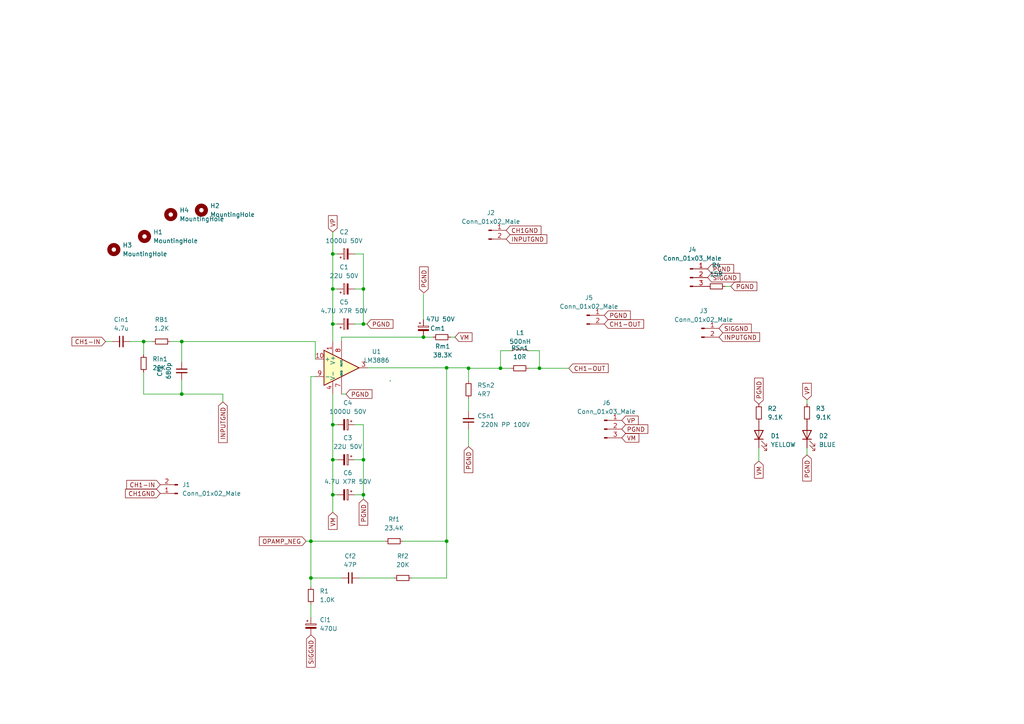
<source format=kicad_sch>
(kicad_sch (version 20230121) (generator eeschema)
  (paper "A4")
  (lib_symbols
    (symbol "Amplifier_Audio:LM3886" (pin_names (offset 0.127))
      (property "Reference" "U" (at 5.08 6.35 0))
      (property "Value" "LM3886" (at 5.08 3.81 0))
      (symbol "LM3886_0_1"
        (polyline (pts (xy -5.08 5.08) (xy 5.08 0) (xy -5.08 -5.08) (xy -5.08 5.08)) (stroke (width 0.254)) (fill (type background)))
      )
      (symbol "LM3886_1_1"
        (pin power_in line (at -2.54 7.62 270) (length 3.81) (name "V+") (number "1"))
        (pin input line (at -7.62 2.54 0) (length 2.54) (name "+") (number "10"))
        (pin no_connect line (at 2.54 2.54 270) (length 2.54) hide (name "NC") (number "11"))
        (pin no_connect line (at -2.54 2.54 270) (length 2.54) hide (name "NC") (number "2"))
        (pin output line (at 7.62 0 180) (length 2.54) (name "~") (number "3"))
        (pin power_in line (at -2.54 -7.62 90) (length 3.81) (name "V-") (number "4"))
        (pin passive line (at -2.54 7.62 270) (length 3.81) hide (name "V+") (number "5"))
        (pin no_connect line (at 0 2.54 270) (length 2.54) hide (name "NC") (number "6"))
        (pin power_in line (at 0 -7.62 90) (length 5.08) (name "GND") (number "7"))
        (pin input line (at 0 7.62 270) (length 5.08) (name "MUTE") (number "8"))
        (pin input line (at -7.62 -2.54 0) (length 2.54) (name "-") (number "9"))
      )
    )
    (symbol "Connector:Conn_01x02_Male" (pin_names (offset 1.016) hide)
      (property "Reference" "J" (at 0 2.54 0))
      (property "Value" "Conn_01x02_Male" (at 0 -5.08 0))
      (symbol "Conn_01x02_Male_1_1"
        (polyline (pts (xy 1.27 -2.54) (xy 0.8636 -2.54)) (stroke (width 0.1524)))
        (polyline (pts (xy 1.27 0) (xy 0.8636 0)) (stroke (width 0.1524)))
        (rectangle (start 0.8636 -2.413) (end 0 -2.667) (stroke (width 0.1524)) (fill (type outline)))
        (rectangle (start 0.8636 0.127) (end 0 -0.127) (stroke (width 0.1524)) (fill (type outline)))
        (pin passive line (at 5.08 0 180) (length 3.81) (name "Pin_1") (number "1"))
        (pin passive line (at 5.08 -2.54 180) (length 3.81) (name "Pin_2") (number "2"))
      )
    )
    (symbol "Connector:Conn_01x03_Male" (pin_names (offset 1.016) hide)
      (property "Reference" "J" (at 0 5.08 0))
      (property "Value" "Conn_01x03_Male" (at 0 -5.08 0))
      (symbol "Conn_01x03_Male_1_1"
        (polyline (pts (xy 1.27 -2.54) (xy 0.8636 -2.54)) (stroke (width 0.1524)))
        (polyline (pts (xy 1.27 0) (xy 0.8636 0)) (stroke (width 0.1524)))
        (polyline (pts (xy 1.27 2.54) (xy 0.8636 2.54)) (stroke (width 0.1524)))
        (rectangle (start 0.8636 -2.413) (end 0 -2.667) (stroke (width 0.1524)) (fill (type outline)))
        (rectangle (start 0.8636 0.127) (end 0 -0.127) (stroke (width 0.1524)) (fill (type outline)))
        (rectangle (start 0.8636 2.667) (end 0 2.413) (stroke (width 0.1524)) (fill (type outline)))
        (pin passive line (at 5.08 2.54 180) (length 3.81) (name "Pin_1") (number "1"))
        (pin passive line (at 5.08 0 180) (length 3.81) (name "Pin_2") (number "2"))
        (pin passive line (at 5.08 -2.54 180) (length 3.81) (name "Pin_3") (number "3"))
      )
    )
    (symbol "Device:C_Polarized_Small" (pin_numbers hide) (pin_names (offset 0.254) hide)
      (property "Reference" "C" (at 0.254 1.778 0))
      (property "Value" "C_Polarized_Small" (at 0.254 -2.032 0))
      (symbol "C_Polarized_Small_0_1"
        (rectangle (start -1.524 -0.3048) (end 1.524 -0.6858) (fill (type outline)))
        (rectangle (start -1.524 0.6858) (end 1.524 0.3048))
        (polyline (pts (xy -1.27 1.524) (xy -0.762 1.524)))
        (polyline (pts (xy -1.016 1.27) (xy -1.016 1.778)))
      )
      (symbol "C_Polarized_Small_1_1"
        (pin passive line (at 0 2.54 270) (length 1.8542) (name "~") (number "1"))
        (pin passive line (at 0 -2.54 90) (length 1.8542) (name "~") (number "2"))
      )
    )
    (symbol "Device:C_Small" (pin_numbers hide) (pin_names (offset 0.254) hide)
      (property "Reference" "C" (at 0.254 1.778 0))
      (property "Value" "C_Small" (at 0.254 -2.032 0))
      (symbol "C_Small_0_1"
        (polyline (pts (xy -1.524 -0.508) (xy 1.524 -0.508)) (stroke (width 0.3302)))
        (polyline (pts (xy -1.524 0.508) (xy 1.524 0.508)) (stroke (width 0.3048)))
      )
      (symbol "C_Small_1_1"
        (pin passive line (at 0 2.54 270) (length 2.032) (name "~") (number "1"))
        (pin passive line (at 0 -2.54 90) (length 2.032) (name "~") (number "2"))
      )
    )
    (symbol "Device:LED" (pin_numbers hide) (pin_names (offset 1.016) hide)
      (property "Reference" "D" (at 0 2.54 0))
      (property "Value" "LED" (at 0 -2.54 0))
      (symbol "LED_0_1"
        (polyline (pts (xy -1.27 -1.27) (xy -1.27 1.27)) (stroke (width 0.254)))
        (polyline (pts (xy -1.27 0) (xy 1.27 0)))
        (polyline (pts (xy 1.27 -1.27) (xy 1.27 1.27) (xy -1.27 0) (xy 1.27 -1.27)) (stroke (width 0.254)))
        (polyline (pts (xy -3.048 -0.762) (xy -4.572 -2.286) (xy -3.81 -2.286) (xy -4.572 -2.286) (xy -4.572 -1.524)))
        (polyline (pts (xy -1.778 -0.762) (xy -3.302 -2.286) (xy -2.54 -2.286) (xy -3.302 -2.286) (xy -3.302 -1.524)))
      )
      (symbol "LED_1_1"
        (pin passive line (at -3.81 0 0) (length 2.54) (name "K") (number "1"))
        (pin passive line (at 3.81 0 180) (length 2.54) (name "A") (number "2"))
      )
    )
    (symbol "Device:L_Small" (pin_numbers hide) (pin_names (offset 0.254) hide)
      (property "Reference" "L" (at 0.762 1.016 0))
      (property "Value" "L_Small" (at 0.762 -1.016 0))
      (symbol "L_Small_0_1"
        (arc (start 0 -2.032) (mid 0.5058 -1.524) (end 0 -1.016))
        (arc (start 0 -1.016) (mid 0.5058 -0.508) (end 0 0))
        (arc (start 0 0) (mid 0.5058 0.508) (end 0 1.016))
        (arc (start 0 1.016) (mid 0.5058 1.524) (end 0 2.032))
      )
      (symbol "L_Small_1_1"
        (pin passive line (at 0 2.54 270) (length 0.508) (name "~") (number "1"))
        (pin passive line (at 0 -2.54 90) (length 0.508) (name "~") (number "2"))
      )
    )
    (symbol "Device:R_Small" (pin_numbers hide) (pin_names (offset 0.254) hide)
      (property "Reference" "R" (at 0.762 0.508 0))
      (property "Value" "R_Small" (at 0.762 -1.016 0))
      (symbol "R_Small_0_1"
        (rectangle (start -0.762 1.778) (end 0.762 -1.778) (stroke (width 0.2032)))
      )
      (symbol "R_Small_1_1"
        (pin passive line (at 0 2.54 270) (length 0.762) (name "~") (number "1"))
        (pin passive line (at 0 -2.54 90) (length 0.762) (name "~") (number "2"))
      )
    )
    (symbol "Mechanical:MountingHole" (pin_names (offset 1.016))
      (property "Reference" "H" (at 0 5.08 0))
      (property "Value" "MountingHole" (at 0 3.175 0))
      (symbol "MountingHole_0_1"
        (circle (center 0 0) (radius 1.27) (stroke (width 1.27)))
      )
    )
  )
  (junction (at 96.52 83.82))
  (junction (at 145.161 106.807))
  (junction (at 129.54 106.68))
  (junction (at 96.52 123.19))
  (junction (at 156.464 106.807))
  (junction (at 135.89 106.807))
  (junction (at 52.705 114.3))
  (junction (at 129.54 156.972))
  (junction (at 90.17 156.972))
  (junction (at 105.41 83.82))
  (junction (at 90.17 167.64))
  (junction (at 122.809 97.79))
  (junction (at 105.41 93.98))
  (junction (at 96.52 73.66))
  (junction (at 41.656 99.06))
  (junction (at 105.41 133.35))
  (junction (at 52.705 99.06))
  (junction (at 96.52 143.51))
  (junction (at 96.52 93.98))
  (junction (at 96.52 133.35))
  (junction (at 105.41 143.51))
  (wire (pts (xy 90.17 156.972) (xy 90.17 167.64)))
  (wire (pts (xy 116.84 156.972) (xy 129.54 156.972)))
  (wire (pts (xy 102.87 133.35) (xy 105.41 133.35)))
  (wire (pts (xy 122.809 97.79) (xy 125.603 97.79)))
  (wire (pts (xy 105.41 83.82) (xy 105.41 93.98)))
  (wire (pts (xy 52.705 99.06) (xy 91.44 99.06)))
  (wire (pts (xy 135.89 115.57) (xy 135.89 119.38)))
  (wire (pts (xy 90.17 156.972) (xy 111.76 156.972)))
  (wire (pts (xy 130.683 97.79) (xy 131.953 97.79)))
  (wire (pts (xy 41.656 114.3) (xy 52.705 114.3)))
  (wire (pts (xy 88.773 156.972) (xy 90.17 156.972)))
  (wire (pts (xy 96.52 133.35) (xy 96.52 143.51)))
  (wire (pts (xy 96.52 123.19) (xy 96.52 133.35)))
  (wire (pts (xy 122.809 85.217) (xy 122.809 92.71)))
  (wire (pts (xy 113.157 110.363) (xy 113.284 110.363)))
  (wire (pts (xy 105.41 143.51) (xy 105.41 144.78)))
  (wire (pts (xy 129.54 106.68) (xy 129.54 156.972)))
  (wire (pts (xy 91.44 99.06) (xy 91.44 104.14)))
  (wire (pts (xy 96.52 133.35) (xy 97.79 133.35)))
  (wire (pts (xy 129.54 156.972) (xy 129.54 167.64)))
  (wire (pts (xy 105.41 73.66) (xy 105.41 83.82)))
  (wire (pts (xy 90.17 109.22) (xy 90.17 156.972)))
  (wire (pts (xy 119.38 167.64) (xy 129.54 167.64)))
  (wire (pts (xy 105.41 93.98) (xy 106.426 93.98)))
  (wire (pts (xy 113.157 110.617) (xy 113.157 110.363)))
  (wire (pts (xy 96.52 143.51) (xy 97.79 143.51)))
  (wire (pts (xy 99.06 114.3) (xy 100.33 114.3)))
  (wire (pts (xy 102.87 73.66) (xy 105.41 73.66)))
  (wire (pts (xy 156.464 106.807) (xy 164.973 106.807)))
  (wire (pts (xy 30.607 99.06) (xy 32.639 99.06)))
  (wire (pts (xy 99.06 97.79) (xy 122.809 97.79)))
  (wire (pts (xy 135.89 106.807) (xy 135.89 110.49)))
  (wire (pts (xy 49.403 99.06) (xy 52.705 99.06)))
  (wire (pts (xy 41.656 99.06) (xy 41.656 102.87)))
  (wire (pts (xy 156.464 101.727) (xy 156.464 106.807)))
  (wire (pts (xy 52.705 114.3) (xy 64.643 114.3)))
  (wire (pts (xy 129.54 106.68) (xy 135.89 106.68)))
  (wire (pts (xy 96.52 83.82) (xy 97.79 83.82)))
  (wire (pts (xy 153.289 106.807) (xy 156.464 106.807)))
  (wire (pts (xy 99.06 167.64) (xy 90.17 167.64)))
  (wire (pts (xy 102.87 143.51) (xy 105.41 143.51)))
  (wire (pts (xy 153.416 101.727) (xy 156.464 101.727)))
  (wire (pts (xy 52.705 110.109) (xy 52.705 114.3)))
  (wire (pts (xy 148.336 101.727) (xy 145.161 101.727)))
  (wire (pts (xy 145.161 106.807) (xy 148.209 106.807)))
  (wire (pts (xy 105.41 133.35) (xy 105.41 143.51)))
  (wire (pts (xy 135.89 106.807) (xy 135.89 106.68)))
  (wire (pts (xy 96.52 73.66) (xy 96.52 83.82)))
  (wire (pts (xy 96.52 73.66) (xy 97.79 73.66)))
  (wire (pts (xy 105.41 123.19) (xy 105.41 133.35)))
  (wire (pts (xy 135.89 106.807) (xy 145.161 106.807)))
  (wire (pts (xy 220.091 133.731) (xy 220.091 129.921)))
  (wire (pts (xy 234.061 131.953) (xy 234.061 129.921)))
  (wire (pts (xy 41.656 107.95) (xy 41.656 114.3)))
  (wire (pts (xy 37.719 99.06) (xy 41.656 99.06)))
  (wire (pts (xy 91.44 109.22) (xy 90.17 109.22)))
  (wire (pts (xy 96.52 83.82) (xy 96.52 93.98)))
  (wire (pts (xy 135.89 124.46) (xy 135.89 129.54)))
  (wire (pts (xy 96.52 123.19) (xy 97.79 123.19)))
  (wire (pts (xy 99.06 97.79) (xy 99.06 99.06)))
  (wire (pts (xy 102.87 83.82) (xy 105.41 83.82)))
  (wire (pts (xy 210.312 83.058) (xy 211.963 83.058)))
  (wire (pts (xy 90.17 175.26) (xy 90.17 179.07)))
  (wire (pts (xy 90.17 167.64) (xy 90.17 170.18)))
  (wire (pts (xy 102.87 93.98) (xy 105.41 93.98)))
  (wire (pts (xy 96.52 114.3) (xy 96.52 123.19)))
  (wire (pts (xy 106.68 106.68) (xy 129.54 106.68)))
  (wire (pts (xy 96.52 93.98) (xy 97.79 93.98)))
  (wire (pts (xy 96.52 143.51) (xy 96.52 148.59)))
  (wire (pts (xy 52.705 99.06) (xy 52.705 105.029)))
  (wire (pts (xy 64.643 114.3) (xy 64.643 116.586)))
  (wire (pts (xy 104.14 167.64) (xy 114.3 167.64)))
  (wire (pts (xy 145.161 101.727) (xy 145.161 106.807)))
  (wire (pts (xy 102.87 123.19) (xy 105.41 123.19)))
  (wire (pts (xy 234.061 115.951) (xy 234.061 117.221)))
  (wire (pts (xy 41.656 99.06) (xy 44.323 99.06)))
  (wire (pts (xy 96.52 93.98) (xy 96.52 99.06)))
  (wire (pts (xy 96.52 67.31) (xy 96.52 73.66)))
  (global_label "CH1-OUT" (shape input) (at 164.973 106.807 0) (property "Intersheetrefs" "${INTERSHEET_REFS}" (effects hide)))
  (global_label "VP" (shape input) (at 234.061 115.951 90) (property "Intersheetrefs" "${INTERSHEET_REFS}" (effects hide)))
  (global_label "PGND" (shape input) (at 234.061 131.953 270) (property "Intersheetrefs" "${INTERSHEET_REFS}" (effects hide)))
  (global_label "PGND" (shape input) (at 105.41 144.78 270) (property "Intersheetrefs" "${INTERSHEET_REFS}" (effects hide)))
  (global_label "CH1-IN" (shape input) (at 46.482 140.589 180) (property "Intersheetrefs" "${INTERSHEET_REFS}" (effects hide)))
  (global_label "PGND" (shape input) (at 180.34 124.46 0) (property "Intersheetrefs" "${INTERSHEET_REFS}" (effects hide)))
  (global_label "CH1-IN" (shape input) (at 30.607 99.06 180) (property "Intersheetrefs" "${INTERSHEET_REFS}" (effects hide)))
  (global_label "PGND" (shape input) (at 211.963 83.058 0) (property "Intersheetrefs" "${INTERSHEET_REFS}" (effects hide)))
  (global_label "VP" (shape input) (at 180.34 121.92 0) (property "Intersheetrefs" "${INTERSHEET_REFS}" (effects hide)))
  (global_label "SIGGND" (shape input) (at 90.17 184.15 270) (property "Intersheetrefs" "${INTERSHEET_REFS}" (effects hide)))
  (global_label "SIGGND" (shape input) (at 205.232 80.518 0) (property "Intersheetrefs" "${INTERSHEET_REFS}" (effects hide)))
  (global_label "OPAMP_NEG" (shape input) (at 88.773 156.972 180) (property "Intersheetrefs" "${INTERSHEET_REFS}" (effects hide)))
  (global_label "PGND" (shape input) (at 122.936 84.963 90) (property "Intersheetrefs" "${INTERSHEET_REFS}" (effects hide)))
  (global_label "PGND" (shape input) (at 205.232 77.978 0) (property "Intersheetrefs" "${INTERSHEET_REFS}" (effects hide)))
  (global_label "VM" (shape input) (at 180.34 127 0) (property "Intersheetrefs" "${INTERSHEET_REFS}" (effects hide)))
  (global_label "INPUTGND" (shape input) (at 146.812 69.342 0) (property "Intersheetrefs" "${INTERSHEET_REFS}" (effects hide)))
  (global_label "PGND" (shape input) (at 100.33 114.3 0) (property "Intersheetrefs" "${INTERSHEET_REFS}" (effects hide)))
  (global_label "VM" (shape input) (at 220.091 133.731 270) (property "Intersheetrefs" "${INTERSHEET_REFS}" (effects hide)))
  (global_label "VP" (shape input) (at 96.52 67.31 90) (property "Intersheetrefs" "${INTERSHEET_REFS}" (effects hide)))
  (global_label "SIGGND" (shape input) (at 208.534 95.25 0) (property "Intersheetrefs" "${INTERSHEET_REFS}" (effects hide)))
  (global_label "PGND" (shape input) (at 220.091 117.221 90) (property "Intersheetrefs" "${INTERSHEET_REFS}" (effects hide)))
  (global_label "CH1GND" (shape input) (at 46.482 143.129 180) (property "Intersheetrefs" "${INTERSHEET_REFS}" (effects hide)))
  (global_label "CH1GND" (shape input) (at 146.812 66.802 0) (property "Intersheetrefs" "${INTERSHEET_REFS}" (effects hide)))
  (global_label "PGND" (shape input) (at 106.426 93.98 0) (property "Intersheetrefs" "${INTERSHEET_REFS}" (effects hide)))
  (global_label "INPUTGND" (shape input) (at 64.643 116.586 270) (property "Intersheetrefs" "${INTERSHEET_REFS}" (effects hide)))
  (global_label "VM" (shape input) (at 131.953 97.79 0) (property "Intersheetrefs" "${INTERSHEET_REFS}" (effects hide)))
  (global_label "VM" (shape input) (at 96.52 148.59 270) (property "Intersheetrefs" "${INTERSHEET_REFS}" (effects hide)))
  (global_label "CH1-OUT" (shape input) (at 175.26 93.98 0) (property "Intersheetrefs" "${INTERSHEET_REFS}" (effects hide)))
  (global_label "INPUTGND" (shape input) (at 208.534 97.79 0) (property "Intersheetrefs" "${INTERSHEET_REFS}" (effects hide)))
  (global_label "PGND" (shape input) (at 175.26 91.44 0) (property "Intersheetrefs" "${INTERSHEET_REFS}" (effects hide)))
  (global_label "PGND" (shape input) (at 135.89 129.54 270) (property "Intersheetrefs" "${INTERSHEET_REFS}" (effects hide)))
  (symbol (lib_id "Connector:Conn_01x03_Male") (at 175.26 124.46 0) (unit 1)
    (property "Reference" "J6" (at 175.895 116.84 0))
    (property "Value" "Conn_01x03_Male" (at 175.895 119.38 0))
    (property "Footprint" "Connector_JST:JST_VH_B3P-VH-B_1x03_P3.96mm_Vertical" (effects hide))
  )
  (symbol (lib_id "Device:R_Small") (at 234.061 119.761 180) (unit 1)
    (property "Reference" "R3" (at 236.601 118.4909 0) (effects (justify right)))
    (property "Value" "9.1K" (at 236.601 121.0309 0) (effects (justify right)))
    (property "Footprint" "Resistor_SMD:R_0805_2012Metric_Pad1.20x1.40mm_HandSolder" (effects hide))
  )
  (symbol (lib_id "Device:C_Polarized_Small") (at 100.33 143.51 270) (unit 1)
    (property "Reference" "C6" (at 100.8761 137.16 90))
    (property "Value" "4.7U X7R 50V" (at 100.8761 139.7 90))
    (property "Footprint" "Capacitor_SMD:C_1206_3216Metric_Pad1.33x1.80mm_HandSolder" (effects hide))
  )
  (symbol (lib_id "Mechanical:MountingHole") (at 49.53 62.23 0) (unit 1)
    (property "Reference" "H4" (at 52.07 60.9599 0) (effects (justify left)))
    (property "Value" "MountingHole" (at 52.07 63.4999 0) (effects (justify left)))
    (property "Footprint" "MountingHole:MountingHole_3mm" (effects hide))
  )
  (symbol (lib_id "Device:R_Small") (at 207.772 83.058 90) (unit 1)
    (property "Reference" "R4" (at 207.772 76.962 90))
    (property "Value" "15R" (at 207.772 79.502 90))
    (property "Footprint" "Resistor_SMD:R_0805_2012Metric_Pad1.20x1.40mm_HandSolder" (effects hide))
  )
  (symbol (lib_id "Device:C_Polarized_Small") (at 90.17 181.61 0) (unit 1)
    (property "Reference" "Ci1" (at 92.71 179.7938 0) (effects (justify left)))
    (property "Value" "470U" (at 92.71 182.3338 0) (effects (justify left)))
    (property "Footprint" "Capacitor_THT:CP_Radial_D12.5mm_P5.00mm" (effects hide))
  )
  (symbol (lib_id "Device:R_Small") (at 135.89 113.03 180) (unit 1)
    (property "Reference" "RSn2" (at 138.43 111.7599 0) (effects (justify right)))
    (property "Value" "4R7" (at 138.43 114.2999 0) (effects (justify right)))
    (property "Footprint" "Resistor_THT:R_Axial_DIN0411_L9.9mm_D3.6mm_P12.70mm_Horizontal" (effects hide))
  )
  (symbol (lib_id "Device:R_Small") (at 114.3 156.972 270) (unit 1)
    (property "Reference" "Rf1" (at 114.3 150.622 90))
    (property "Value" "23.4K" (at 114.3 153.162 90))
    (property "Footprint" "Resistor_SMD:R_1206_3216Metric_Pad1.30x1.75mm_HandSolder" (effects hide))
  )
  (symbol (lib_id "Connector:Conn_01x02_Male") (at 51.562 143.129 180) (unit 1)
    (property "Reference" "J1" (at 52.832 140.5889 0) (effects (justify right)))
    (property "Value" "Conn_01x02_Male" (at 52.832 143.1289 0) (effects (justify right)))
    (property "Footprint" "Connector_JST:JST_PH_B2B-PH-K_1x02_P2.00mm_Vertical" (effects hide))
  )
  (symbol (lib_id "Device:R_Small") (at 90.17 172.72 0) (unit 1)
    (property "Reference" "R1" (at 92.71 171.4499 0) (effects (justify left)))
    (property "Value" "1.0K" (at 92.71 173.9899 0) (effects (justify left)))
    (property "Footprint" "Resistor_SMD:R_1206_3216Metric_Pad1.30x1.75mm_HandSolder" (effects hide))
  )
  (symbol (lib_id "Device:C_Small") (at 35.179 99.06 90) (unit 1)
    (property "Reference" "Cin1" (at 35.1853 92.71 90))
    (property "Value" "4.7u" (at 35.1853 95.25 90))
    (property "Footprint" "Components:4.7uF Polypropylene Aliexpress" (effects hide))
  )
  (symbol (lib_id "Mechanical:MountingHole") (at 33.02 72.39 0) (unit 1)
    (property "Reference" "H3" (at 35.56 71.1199 0) (effects (justify left)))
    (property "Value" "MountingHole" (at 35.56 73.6599 0) (effects (justify left)))
    (property "Footprint" "MountingHole:MountingHole_3mm" (effects hide))
  )
  (symbol (lib_id "Device:C_Small") (at 52.705 107.569 0) (unit 1)
    (property "Reference" "Cf1" (at 46.355 107.5754 90))
    (property "Value" "680p" (at 48.895 107.5754 90))
    (property "Footprint" "Capacitor_SMD:C_1206_3216Metric_Pad1.33x1.80mm_HandSolder" (effects hide))
  )
  (symbol (lib_id "Device:R_Small") (at 116.84 167.64 270) (unit 1)
    (property "Reference" "Rf2" (at 116.84 161.29 90))
    (property "Value" "20K" (at 116.84 163.83 90))
    (property "Footprint" "Resistor_SMD:R_1206_3216Metric_Pad1.30x1.75mm_HandSolder" (effects hide))
  )
  (symbol (lib_id "Device:R_Small") (at 220.091 119.761 180) (unit 1)
    (property "Reference" "R2" (at 222.631 118.4909 0) (effects (justify right)))
    (property "Value" "9.1K" (at 222.631 121.0309 0) (effects (justify right)))
    (property "Footprint" "Resistor_SMD:R_0805_2012Metric_Pad1.20x1.40mm_HandSolder" (effects hide))
  )
  (symbol (lib_id "Mechanical:MountingHole") (at 41.91 68.58 0) (unit 1)
    (property "Reference" "H1" (at 44.45 67.3099 0) (effects (justify left)))
    (property "Value" "MountingHole" (at 44.45 69.8499 0) (effects (justify left)))
    (property "Footprint" "MountingHole:MountingHole_3mm" (effects hide))
  )
  (symbol (lib_id "Device:LED") (at 220.091 126.111 90) (unit 1)
    (property "Reference" "D1" (at 223.52 126.4284 90) (effects (justify right)))
    (property "Value" "YELLOW" (at 223.52 128.9684 90) (effects (justify right)))
    (property "Footprint" "LED_SMD:LED_0805_2012Metric_Pad1.15x1.40mm_HandSolder" (effects hide))
  )
  (symbol (lib_id "Device:R_Small") (at 41.656 105.41 180) (unit 1)
    (property "Reference" "Rin1" (at 44.196 104.1399 0) (effects (justify right)))
    (property "Value" "20K" (at 44.196 106.6799 0) (effects (justify right)))
    (property "Footprint" "Resistor_SMD:R_1206_3216Metric_Pad1.30x1.75mm_HandSolder" (effects hide))
  )
  (symbol (lib_id "Device:C_Small") (at 101.6 167.64 270) (unit 1)
    (property "Reference" "Cf2" (at 101.5936 161.29 90))
    (property "Value" "47P" (at 101.5936 163.83 90))
    (property "Footprint" "Capacitor_SMD:C_1206_3216Metric_Pad1.33x1.80mm_HandSolder" (effects hide))
  )
  (symbol (lib_id "Device:R_Small") (at 150.749 106.807 270) (unit 1)
    (property "Reference" "RSn1" (at 150.749 100.965 90))
    (property "Value" "10R" (at 150.749 103.505 90))
    (property "Footprint" "Resistor_SMD:R_4020_10251Metric_Pad1.65x5.30mm_HandSolder" (effects hide))
  )
  (symbol (lib_id "Connector:Conn_01x02_Male") (at 141.732 66.802 0) (unit 1)
    (property "Reference" "J2" (at 142.367 61.722 0))
    (property "Value" "Conn_01x02_Male" (at 142.367 64.262 0))
    (property "Footprint" "Connector_PinHeader_2.54mm:PinHeader_1x02_P2.54mm_Vertical" (effects hide))
  )
  (symbol (lib_id "Mechanical:MountingHole") (at 58.42 60.96 0) (unit 1)
    (property "Reference" "H2" (at 60.96 59.6899 0) (effects (justify left)))
    (property "Value" "MountingHole" (at 60.96 62.2299 0) (effects (justify left)))
    (property "Footprint" "MountingHole:MountingHole_3mm" (effects hide))
  )
  (symbol (lib_id "Connector:Conn_01x02_Male") (at 170.18 91.44 0) (unit 1)
    (property "Reference" "J5" (at 170.815 86.36 0))
    (property "Value" "Conn_01x02_Male" (at 170.815 88.9 0))
    (property "Footprint" "Connector_JST:JST_VH_B2P-VH_1x02_P3.96mm_Vertical" (effects hide))
  )
  (symbol (lib_id "Connector:Conn_01x02_Male") (at 203.454 95.25 0) (unit 1)
    (property "Reference" "J3" (at 204.089 90.17 0))
    (property "Value" "Conn_01x02_Male" (at 204.089 92.71 0))
    (property "Footprint" "Connector_PinHeader_2.54mm:PinHeader_1x02_P2.54mm_Vertical" (effects hide))
  )
  (symbol (lib_id "Device:C_Polarized_Small") (at 100.33 83.82 90) (unit 1)
    (property "Reference" "C1" (at 99.7839 77.47 90))
    (property "Value" "22U 50V" (at 99.7839 80.01 90))
    (property "Footprint" "Capacitor_THT:CP_Radial_D6.3mm_P2.50mm" (effects hide))
  )
  (symbol (lib_id "Device:C_Small") (at 135.89 121.92 180) (unit 1)
    (property "Reference" "CSn1" (at 138.43 120.6435 0) (effects (justify right)))
    (property "Value" " 220N PP 100V" (at 138.43 123.1835 0) (effects (justify right)))
    (property "Footprint" "Capacitor_THT:C_Rect_L18.0mm_W7.0mm_P15.00mm_FKS3_FKP3" (effects hide))
  )
  (symbol (lib_id "Device:R_Small") (at 46.863 99.06 90) (unit 1)
    (property "Reference" "RB1" (at 46.863 92.71 90))
    (property "Value" "1.2K" (at 46.863 95.25 90))
    (property "Footprint" "Resistor_SMD:R_1206_3216Metric_Pad1.30x1.75mm_HandSolder" (effects hide))
  )
  (symbol (lib_id "Amplifier_Audio:LM3886") (at 99.06 106.68 0) (unit 1)
    (property "Reference" "U1" (at 109.22 101.981 0))
    (property "Value" "LM3886" (at 109.22 104.521 0))
    (property "Footprint" "Package_TO_SOT_THT:TO-220-11_P3.4x5.08mm_StaggerOdd_Lead4.85mm_Vertical" (effects hide))
    (property "Datasheet" "http://www.ti.com/lit/ds/symlink/lm3886.pdf" (effects hide))
  )
  (symbol (lib_id "Device:C_Polarized_Small") (at 122.809 95.25 0) (unit 1)
    (property "Reference" "Cm1" (at 129.159 95.25 0) (effects (justify right)))
    (property "Value" "47U 50V" (at 131.953 92.583 0) (effects (justify right)))
    (property "Footprint" "Capacitor_THT:CP_Radial_D6.3mm_P2.50mm" (effects hide))
  )
  (symbol (lib_id "Device:LED") (at 234.061 126.111 90) (unit 1)
    (property "Reference" "D2" (at 237.49 126.4284 90) (effects (justify right)))
    (property "Value" "BLUE" (at 237.49 128.9684 90) (effects (justify right)))
    (property "Footprint" "LED_SMD:LED_0805_2012Metric_Pad1.15x1.40mm_HandSolder" (effects hide))
  )
  (symbol (lib_id "Device:C_Polarized_Small") (at 100.33 93.98 90) (unit 1)
    (property "Reference" "C5" (at 99.7839 87.63 90))
    (property "Value" "4.7U X7R 50V" (at 99.7839 90.17 90))
    (property "Footprint" "Capacitor_SMD:C_1206_3216Metric_Pad1.33x1.80mm_HandSolder" (effects hide))
  )
  (symbol (lib_id "Device:R_Small") (at 128.143 97.79 90) (unit 1)
    (property "Reference" "Rm1" (at 128.397 100.457 90))
    (property "Value" "38.3K" (at 128.397 102.997 90))
    (property "Footprint" "Resistor_SMD:R_1206_3216Metric_Pad1.30x1.75mm_HandSolder" (effects hide))
  )
  (symbol (lib_id "Connector:Conn_01x03_Male") (at 200.152 80.518 0) (unit 1)
    (property "Reference" "J4" (at 200.787 72.39 0))
    (property "Value" "Conn_01x03_Male" (at 200.787 74.93 0))
    (property "Footprint" "Connector_PinHeader_2.54mm:PinHeader_1x03_P2.54mm_Vertical" (effects hide))
  )
  (symbol (lib_id "Device:C_Polarized_Small") (at 100.33 123.19 270) (unit 1)
    (property "Reference" "C4" (at 100.8761 116.84 90))
    (property "Value" "1000U 50V" (at 100.8761 119.38 90))
    (property "Footprint" "Capacitor_THT:CP_Radial_D12.5mm_P5.00mm" (effects hide))
  )
  (symbol (lib_id "Device:C_Polarized_Small") (at 100.33 133.35 270) (unit 1)
    (property "Reference" "C3" (at 100.8761 127 90))
    (property "Value" "22U 50V" (at 100.8761 129.54 90))
    (property "Footprint" "Capacitor_THT:CP_Radial_D6.3mm_P2.50mm" (effects hide))
  )
  (symbol (lib_id "Device:L_Small") (at 150.876 101.727 90) (unit 1)
    (property "Reference" "L1" (at 150.876 96.52 90))
    (property "Value" "500nH" (at 150.876 99.06 90))
    (property "Footprint" "Components:500nH Inductor Aliexpress Air Gap" (effects hide))
  )
  (symbol (lib_id "Device:C_Polarized_Small") (at 100.33 73.66 90) (unit 1)
    (property "Reference" "C2" (at 99.7839 67.31 90))
    (property "Value" "1000U 50V" (at 99.7839 69.85 90))
    (property "Footprint" "Capacitor_THT:CP_Radial_D12.5mm_P5.00mm" (effects hide))
  )
)
</source>
